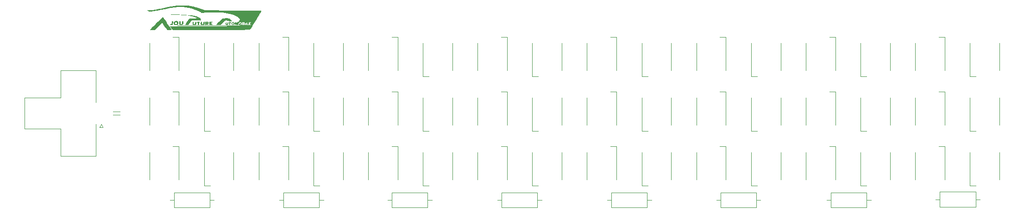
<source format=gbr>
%TF.GenerationSoftware,KiCad,Pcbnew,(6.0.5)*%
%TF.CreationDate,2023-02-26T02:49:58+09:00*%
%TF.ProjectId,_____,0c08746c-f12e-46b6-9963-61645f706362,rev?*%
%TF.SameCoordinates,Original*%
%TF.FileFunction,Legend,Top*%
%TF.FilePolarity,Positive*%
%FSLAX46Y46*%
G04 Gerber Fmt 4.6, Leading zero omitted, Abs format (unit mm)*
G04 Created by KiCad (PCBNEW (6.0.5)) date 2023-02-26 02:49:58*
%MOMM*%
%LPD*%
G01*
G04 APERTURE LIST*
%ADD10C,0.150000*%
%ADD11C,0.120000*%
G04 APERTURE END LIST*
D10*
%TO.C,A-FA*%
D11*
%TO.C,R8*%
X217810000Y-98398000D02*
X224350000Y-98398000D01*
X224350000Y-98398000D02*
X224350000Y-95658000D01*
X217810000Y-95658000D02*
X217810000Y-98398000D01*
X217040000Y-97028000D02*
X217810000Y-97028000D01*
X225120000Y-97028000D02*
X224350000Y-97028000D01*
X224350000Y-95658000D02*
X217810000Y-95658000D01*
%TO.C,R7*%
X204438000Y-98525000D02*
X204438000Y-95785000D01*
X197898000Y-95785000D02*
X197898000Y-98525000D01*
X204438000Y-95785000D02*
X197898000Y-95785000D01*
X205208000Y-97155000D02*
X204438000Y-97155000D01*
X197898000Y-98525000D02*
X204438000Y-98525000D01*
X197128000Y-97155000D02*
X197898000Y-97155000D01*
%TO.C,R5*%
X164306000Y-98525000D02*
X164306000Y-95785000D01*
X157766000Y-98525000D02*
X164306000Y-98525000D01*
X156996000Y-97155000D02*
X157766000Y-97155000D01*
X165076000Y-97155000D02*
X164306000Y-97155000D01*
X164306000Y-95785000D02*
X157766000Y-95785000D01*
X157766000Y-95785000D02*
X157766000Y-98525000D01*
%TO.C,D22*%
X143300000Y-74500000D02*
X143300000Y-68400000D01*
X144400000Y-74500000D02*
X143300000Y-74500000D01*
X148700000Y-68400000D02*
X148700000Y-73400000D01*
%TO.C,D38*%
X197600000Y-77300000D02*
X198700000Y-77300000D01*
X198700000Y-77300000D02*
X198700000Y-83400000D01*
X193300000Y-83400000D02*
X193300000Y-78400000D01*
%TO.C,D31*%
X177600000Y-87300000D02*
X178700000Y-87300000D01*
X173300000Y-93400000D02*
X173300000Y-88400000D01*
X178700000Y-87300000D02*
X178700000Y-93400000D01*
%TO.C,D15*%
X113300000Y-73400000D02*
X113300000Y-68400000D01*
X118700000Y-67300000D02*
X118700000Y-73400000D01*
X117600000Y-67300000D02*
X118700000Y-67300000D01*
%TO.C,D1*%
X73300000Y-93400000D02*
X73300000Y-88400000D01*
X77600000Y-87300000D02*
X78700000Y-87300000D01*
X78700000Y-87300000D02*
X78700000Y-93400000D01*
%TO.C,D43*%
X217600000Y-87300000D02*
X218700000Y-87300000D01*
X213300000Y-93400000D02*
X213300000Y-88400000D01*
X218700000Y-87300000D02*
X218700000Y-93400000D01*
%TO.C,D30*%
X168700000Y-88400000D02*
X168700000Y-93400000D01*
X163300000Y-94500000D02*
X163300000Y-88400000D01*
X164400000Y-94500000D02*
X163300000Y-94500000D01*
%TO.C,D32*%
X173300000Y-83400000D02*
X173300000Y-78400000D01*
X177600000Y-77300000D02*
X178700000Y-77300000D01*
X178700000Y-77300000D02*
X178700000Y-83400000D01*
%TO.C,D5*%
X84400000Y-84500000D02*
X83300000Y-84500000D01*
X83300000Y-84500000D02*
X83300000Y-78400000D01*
X88700000Y-78400000D02*
X88700000Y-83400000D01*
%TO.C,D42*%
X208700000Y-88400000D02*
X208700000Y-93400000D01*
X203300000Y-94500000D02*
X203300000Y-88400000D01*
X204400000Y-94500000D02*
X203300000Y-94500000D01*
%TO.C,J1*%
X66626000Y-81580000D02*
X67906000Y-81580000D01*
X63526000Y-89090000D02*
X63526000Y-83280000D01*
X57106000Y-73470000D02*
X63526000Y-73470000D01*
X57106000Y-89090000D02*
X63526000Y-89090000D01*
X50506000Y-84090000D02*
X57106000Y-84090000D01*
X64516000Y-83280000D02*
X64816000Y-83880000D01*
X66626000Y-80980000D02*
X67906000Y-80980000D01*
X64816000Y-83880000D02*
X64216000Y-83880000D01*
X50506000Y-81280000D02*
X50506000Y-84090000D01*
X50506000Y-81280000D02*
X50506000Y-78470000D01*
X57106000Y-84090000D02*
X57106000Y-89090000D01*
X57106000Y-78470000D02*
X57106000Y-73470000D01*
X64216000Y-83880000D02*
X64516000Y-83280000D01*
X63526000Y-73470000D02*
X63526000Y-79280000D01*
X50506000Y-78470000D02*
X57106000Y-78470000D01*
%TO.C,D21*%
X138700000Y-67300000D02*
X138700000Y-73400000D01*
X137600000Y-67300000D02*
X138700000Y-67300000D01*
X133300000Y-73400000D02*
X133300000Y-68400000D01*
%TO.C,D16*%
X128700000Y-68400000D02*
X128700000Y-73400000D01*
X124400000Y-74500000D02*
X123300000Y-74500000D01*
X123300000Y-74500000D02*
X123300000Y-68400000D01*
%TO.C,D4*%
X84400000Y-74500000D02*
X83300000Y-74500000D01*
X88700000Y-68400000D02*
X88700000Y-73400000D01*
X83300000Y-74500000D02*
X83300000Y-68400000D01*
%TO.C,D26*%
X153300000Y-83400000D02*
X153300000Y-78400000D01*
X158700000Y-77300000D02*
X158700000Y-83400000D01*
X157600000Y-77300000D02*
X158700000Y-77300000D01*
%TO.C,D24*%
X143300000Y-94500000D02*
X143300000Y-88400000D01*
X144400000Y-94500000D02*
X143300000Y-94500000D01*
X148700000Y-88400000D02*
X148700000Y-93400000D01*
%TO.C,D3*%
X78700000Y-67300000D02*
X78700000Y-73400000D01*
X77600000Y-67300000D02*
X78700000Y-67300000D01*
X73300000Y-73400000D02*
X73300000Y-68400000D01*
%TO.C,D13*%
X117600000Y-87300000D02*
X118700000Y-87300000D01*
X118700000Y-87300000D02*
X118700000Y-93400000D01*
X113300000Y-93400000D02*
X113300000Y-88400000D01*
%TO.C,R6*%
X184245000Y-98525000D02*
X184245000Y-95785000D01*
X185015000Y-97155000D02*
X184245000Y-97155000D01*
X177705000Y-95785000D02*
X177705000Y-98525000D01*
X177705000Y-98525000D02*
X184245000Y-98525000D01*
X184245000Y-95785000D02*
X177705000Y-95785000D01*
X176935000Y-97155000D02*
X177705000Y-97155000D01*
%TO.C,R2*%
X105132000Y-97155000D02*
X104362000Y-97155000D01*
X104362000Y-98525000D02*
X104362000Y-95785000D01*
X97822000Y-98525000D02*
X104362000Y-98525000D01*
X104362000Y-95785000D02*
X97822000Y-95785000D01*
X97052000Y-97155000D02*
X97822000Y-97155000D01*
X97822000Y-95785000D02*
X97822000Y-98525000D01*
%TO.C,D12*%
X108700000Y-88400000D02*
X108700000Y-93400000D01*
X104400000Y-94500000D02*
X103300000Y-94500000D01*
X103300000Y-94500000D02*
X103300000Y-88400000D01*
%TO.C,R4*%
X137700000Y-95785000D02*
X137700000Y-98525000D01*
X144240000Y-98525000D02*
X144240000Y-95785000D01*
X144240000Y-95785000D02*
X137700000Y-95785000D01*
X136930000Y-97155000D02*
X137700000Y-97155000D01*
X137700000Y-98525000D02*
X144240000Y-98525000D01*
X145010000Y-97155000D02*
X144240000Y-97155000D01*
%TO.C,D40*%
X204400000Y-74500000D02*
X203300000Y-74500000D01*
X208700000Y-68400000D02*
X208700000Y-73400000D01*
X203300000Y-74500000D02*
X203300000Y-68400000D01*
%TO.C,D41*%
X204400000Y-84500000D02*
X203300000Y-84500000D01*
X203300000Y-84500000D02*
X203300000Y-78400000D01*
X208700000Y-78400000D02*
X208700000Y-83400000D01*
%TO.C,D44*%
X213300000Y-83400000D02*
X213300000Y-78400000D01*
X217600000Y-77300000D02*
X218700000Y-77300000D01*
X218700000Y-77300000D02*
X218700000Y-83400000D01*
%TO.C,D33*%
X177600000Y-67300000D02*
X178700000Y-67300000D01*
X178700000Y-67300000D02*
X178700000Y-73400000D01*
X173300000Y-73400000D02*
X173300000Y-68400000D01*
%TO.C,D36*%
X183300000Y-94500000D02*
X183300000Y-88400000D01*
X184400000Y-94500000D02*
X183300000Y-94500000D01*
X188700000Y-88400000D02*
X188700000Y-93400000D01*
%TO.C,D18*%
X124400000Y-94500000D02*
X123300000Y-94500000D01*
X128700000Y-88400000D02*
X128700000Y-93400000D01*
X123300000Y-94500000D02*
X123300000Y-88400000D01*
%TO.C,D17*%
X123300000Y-84500000D02*
X123300000Y-78400000D01*
X124400000Y-84500000D02*
X123300000Y-84500000D01*
X128700000Y-78400000D02*
X128700000Y-83400000D01*
%TO.C,D8*%
X98700000Y-77300000D02*
X98700000Y-83400000D01*
X93300000Y-83400000D02*
X93300000Y-78400000D01*
X97600000Y-77300000D02*
X98700000Y-77300000D01*
%TO.C,D9*%
X93300000Y-73400000D02*
X93300000Y-68400000D01*
X98700000Y-67300000D02*
X98700000Y-73400000D01*
X97600000Y-67300000D02*
X98700000Y-67300000D01*
%TO.C,D29*%
X164400000Y-84500000D02*
X163300000Y-84500000D01*
X163300000Y-84500000D02*
X163300000Y-78400000D01*
X168700000Y-78400000D02*
X168700000Y-83400000D01*
%TO.C,R1*%
X85120000Y-97155000D02*
X84350000Y-97155000D01*
X77810000Y-98525000D02*
X84350000Y-98525000D01*
X77810000Y-95785000D02*
X77810000Y-98525000D01*
X77040000Y-97155000D02*
X77810000Y-97155000D01*
X84350000Y-98525000D02*
X84350000Y-95785000D01*
X84350000Y-95785000D02*
X77810000Y-95785000D01*
%TO.C,R3*%
X124174000Y-98525000D02*
X124174000Y-95785000D01*
X117634000Y-98525000D02*
X124174000Y-98525000D01*
X116864000Y-97155000D02*
X117634000Y-97155000D01*
X124944000Y-97155000D02*
X124174000Y-97155000D01*
X124174000Y-95785000D02*
X117634000Y-95785000D01*
X117634000Y-95785000D02*
X117634000Y-98525000D01*
%TO.C,D39*%
X198700000Y-67300000D02*
X198700000Y-73400000D01*
X193300000Y-73400000D02*
X193300000Y-68400000D01*
X197600000Y-67300000D02*
X198700000Y-67300000D01*
%TO.C,D14*%
X113300000Y-83400000D02*
X113300000Y-78400000D01*
X118700000Y-77300000D02*
X118700000Y-83400000D01*
X117600000Y-77300000D02*
X118700000Y-77300000D01*
%TO.C,D25*%
X157600000Y-87300000D02*
X158700000Y-87300000D01*
X158700000Y-87300000D02*
X158700000Y-93400000D01*
X153300000Y-93400000D02*
X153300000Y-88400000D01*
%TO.C,D28*%
X168700000Y-68400000D02*
X168700000Y-73400000D01*
X164400000Y-74500000D02*
X163300000Y-74500000D01*
X163300000Y-74500000D02*
X163300000Y-68400000D01*
%TO.C,D23*%
X144400000Y-84500000D02*
X143300000Y-84500000D01*
X148700000Y-78400000D02*
X148700000Y-83400000D01*
X143300000Y-84500000D02*
X143300000Y-78400000D01*
%TO.C,D11*%
X103300000Y-84500000D02*
X103300000Y-78400000D01*
X104400000Y-84500000D02*
X103300000Y-84500000D01*
X108700000Y-78400000D02*
X108700000Y-83400000D01*
%TO.C,D35*%
X184400000Y-84500000D02*
X183300000Y-84500000D01*
X188700000Y-78400000D02*
X188700000Y-83400000D01*
X183300000Y-84500000D02*
X183300000Y-78400000D01*
%TO.C,D27*%
X153300000Y-73400000D02*
X153300000Y-68400000D01*
X158700000Y-67300000D02*
X158700000Y-73400000D01*
X157600000Y-67300000D02*
X158700000Y-67300000D01*
%TO.C,D34*%
X183300000Y-74500000D02*
X183300000Y-68400000D01*
X188700000Y-68400000D02*
X188700000Y-73400000D01*
X184400000Y-74500000D02*
X183300000Y-74500000D01*
%TO.C,D45*%
X218700000Y-67300000D02*
X218700000Y-73400000D01*
X213300000Y-73400000D02*
X213300000Y-68400000D01*
X217600000Y-67300000D02*
X218700000Y-67300000D01*
%TO.C,D7*%
X98700000Y-87300000D02*
X98700000Y-93400000D01*
X93300000Y-93400000D02*
X93300000Y-88400000D01*
X97600000Y-87300000D02*
X98700000Y-87300000D01*
%TO.C,D19*%
X137600000Y-87300000D02*
X138700000Y-87300000D01*
X133300000Y-93400000D02*
X133300000Y-88400000D01*
X138700000Y-87300000D02*
X138700000Y-93400000D01*
%TO.C,D46*%
X228700000Y-68400000D02*
X228700000Y-73400000D01*
X223300000Y-74500000D02*
X223300000Y-68400000D01*
X224400000Y-74500000D02*
X223300000Y-74500000D01*
%TO.C,D47*%
X228700000Y-78400000D02*
X228700000Y-83400000D01*
X224400000Y-84500000D02*
X223300000Y-84500000D01*
X223300000Y-84500000D02*
X223300000Y-78400000D01*
%TO.C,D10*%
X103300000Y-74500000D02*
X103300000Y-68400000D01*
X108700000Y-68400000D02*
X108700000Y-73400000D01*
X104400000Y-74500000D02*
X103300000Y-74500000D01*
%TO.C,D37*%
X198700000Y-87300000D02*
X198700000Y-93400000D01*
X193300000Y-93400000D02*
X193300000Y-88400000D01*
X197600000Y-87300000D02*
X198700000Y-87300000D01*
%TO.C,D20*%
X137600000Y-77300000D02*
X138700000Y-77300000D01*
X133300000Y-83400000D02*
X133300000Y-78400000D01*
X138700000Y-77300000D02*
X138700000Y-83400000D01*
%TO.C,D2*%
X73300000Y-83400000D02*
X73300000Y-78400000D01*
X77600000Y-77300000D02*
X78700000Y-77300000D01*
X78700000Y-77300000D02*
X78700000Y-83400000D01*
%TO.C,D48*%
X223300000Y-94500000D02*
X223300000Y-88400000D01*
X224400000Y-94500000D02*
X223300000Y-94500000D01*
X228700000Y-88400000D02*
X228700000Y-93400000D01*
%TO.C,A-FA*%
G36*
X83978615Y-64555236D02*
G01*
X84091527Y-64584944D01*
X84129226Y-64611101D01*
X84185515Y-64686372D01*
X84176339Y-64753600D01*
X84105509Y-64833022D01*
X84046678Y-64897020D01*
X84044874Y-64951126D01*
X84085714Y-65021403D01*
X84129391Y-65095286D01*
X84115174Y-65122831D01*
X84030966Y-65126928D01*
X84029946Y-65126928D01*
X83940164Y-65113213D01*
X83881482Y-65057115D01*
X83842225Y-64976598D01*
X83797452Y-64866691D01*
X83786115Y-64813412D01*
X83810878Y-64796298D01*
X83865878Y-64794901D01*
X83928095Y-64775452D01*
X83929564Y-64733084D01*
X83878037Y-64691762D01*
X83828041Y-64677881D01*
X83776655Y-64677321D01*
X83749688Y-64707626D01*
X83739380Y-64787562D01*
X83737910Y-64895773D01*
X83736000Y-65027304D01*
X83722719Y-65096135D01*
X83686738Y-65122573D01*
X83616729Y-65126925D01*
X83608960Y-65126928D01*
X83520976Y-65117698D01*
X83499136Y-65083487D01*
X83505201Y-65061278D01*
X83519495Y-64984060D01*
X83528624Y-64857952D01*
X83530394Y-64770755D01*
X83530394Y-64545882D01*
X83797200Y-64545882D01*
X83978615Y-64555236D01*
G37*
G36*
X77622458Y-64742640D02*
G01*
X77600740Y-64936175D01*
X77563234Y-65061150D01*
X77498277Y-65131908D01*
X77394203Y-65162793D01*
X77276219Y-65168431D01*
X77164187Y-65163786D01*
X77112299Y-65140824D01*
X77097829Y-65086004D01*
X77097387Y-65061876D01*
X77108433Y-64986630D01*
X77154457Y-64974807D01*
X77182385Y-64982298D01*
X77282791Y-64987432D01*
X77348496Y-64924887D01*
X77382081Y-64790685D01*
X77387910Y-64665310D01*
X77387910Y-64421372D01*
X77646921Y-64421372D01*
X77622458Y-64742640D01*
G37*
G36*
X82510442Y-64574024D02*
G01*
X82595526Y-64589999D01*
X82618612Y-64608137D01*
X82584007Y-64643647D01*
X82514854Y-64662773D01*
X82454253Y-64677049D01*
X82422922Y-64714732D01*
X82411313Y-64797513D01*
X82409805Y-64901416D01*
X82407673Y-65030912D01*
X82393636Y-65097958D01*
X82356230Y-65123112D01*
X82284053Y-65126928D01*
X82211163Y-65123368D01*
X82175185Y-65098778D01*
X82165188Y-65032288D01*
X82169919Y-64909035D01*
X82174092Y-64781992D01*
X82162338Y-64715599D01*
X82124605Y-64687709D01*
X82064943Y-64677773D01*
X81984641Y-64653275D01*
X81964643Y-64615518D01*
X82009743Y-64591941D01*
X82110905Y-64575732D01*
X82244098Y-64567161D01*
X82385288Y-64566502D01*
X82510442Y-64574024D01*
G37*
G36*
X78500466Y-63228093D02*
G01*
X79182986Y-63248259D01*
X79823868Y-63283954D01*
X80417224Y-63334482D01*
X80957172Y-63399149D01*
X81437825Y-63477259D01*
X81853298Y-63568118D01*
X82197707Y-63671031D01*
X82444625Y-63774684D01*
X82557141Y-63839371D01*
X82633523Y-63897236D01*
X82664808Y-63937963D01*
X82642036Y-63951232D01*
X82586194Y-63937675D01*
X82554000Y-63934806D01*
X82593396Y-63972547D01*
X82606946Y-63982834D01*
X82678535Y-64071902D01*
X82700328Y-64153954D01*
X82700328Y-64255359D01*
X81044254Y-64255359D01*
X80769057Y-64650073D01*
X80653896Y-64812997D01*
X80550762Y-64954817D01*
X80471800Y-65059077D01*
X80432038Y-65106609D01*
X80363910Y-65139851D01*
X80252154Y-65161720D01*
X80119068Y-65172079D01*
X79986947Y-65170791D01*
X79878088Y-65157720D01*
X79814788Y-65132729D01*
X79808474Y-65110434D01*
X79837996Y-65060663D01*
X79905607Y-64958006D01*
X80001117Y-64817102D01*
X80114335Y-64652586D01*
X80235072Y-64479096D01*
X80353136Y-64311267D01*
X80458337Y-64163737D01*
X80540486Y-64051142D01*
X80589390Y-63988120D01*
X80591624Y-63985588D01*
X80643817Y-63970917D01*
X80765732Y-63956217D01*
X80944089Y-63942536D01*
X81165609Y-63930917D01*
X81381991Y-63923333D01*
X82134919Y-63902581D01*
X81894124Y-63784862D01*
X81658447Y-63688598D01*
X81355676Y-63595019D01*
X81001709Y-63508274D01*
X80612444Y-63432509D01*
X80431381Y-63403312D01*
X80255353Y-63382358D01*
X80005766Y-63360992D01*
X79692066Y-63339788D01*
X79323693Y-63319321D01*
X78910093Y-63300166D01*
X78460707Y-63282899D01*
X78446243Y-63282398D01*
X78054364Y-63268801D01*
X77742153Y-63257710D01*
X77506321Y-63248836D01*
X77343577Y-63241890D01*
X77250631Y-63236584D01*
X77224192Y-63232628D01*
X77260969Y-63229734D01*
X77357673Y-63227614D01*
X77511013Y-63225980D01*
X77717698Y-63224541D01*
X77782191Y-63224149D01*
X78500466Y-63228093D01*
G37*
G36*
X81371240Y-64552390D02*
G01*
X81400811Y-64585333D01*
X81412085Y-64664840D01*
X81413727Y-64776907D01*
X81415715Y-64908136D01*
X81428358Y-64975487D01*
X81461673Y-64998083D01*
X81525678Y-64995049D01*
X81527861Y-64994799D01*
X81596713Y-64979033D01*
X81634359Y-64937148D01*
X81654632Y-64846511D01*
X81662746Y-64774150D01*
X81679485Y-64649904D01*
X81706534Y-64585960D01*
X81757728Y-64559689D01*
X81797632Y-64553501D01*
X81865380Y-64550513D01*
X81899053Y-64575350D01*
X81910546Y-64648077D01*
X81911766Y-64746044D01*
X81890812Y-64934427D01*
X81822795Y-65059107D01*
X81699981Y-65129477D01*
X81578102Y-65151380D01*
X81442758Y-65153093D01*
X81329008Y-65137690D01*
X81303840Y-65129424D01*
X81223686Y-65083589D01*
X81182823Y-65019166D01*
X81174160Y-64914486D01*
X81187345Y-64773427D01*
X81207504Y-64642277D01*
X81233130Y-64574017D01*
X81275376Y-64548723D01*
X81314751Y-64545882D01*
X81371240Y-64552390D01*
G37*
G36*
X84728169Y-64549617D02*
G01*
X84817500Y-64563035D01*
X84854680Y-64589454D01*
X84858498Y-64608137D01*
X84831646Y-64651018D01*
X84742194Y-64669041D01*
X84689026Y-64670392D01*
X84574571Y-64679912D01*
X84535294Y-64709784D01*
X84537052Y-64722271D01*
X84586688Y-64760028D01*
X84675396Y-64775651D01*
X84772697Y-64793861D01*
X84801115Y-64833611D01*
X84765093Y-64877541D01*
X84669076Y-64908290D01*
X84640606Y-64911541D01*
X84525873Y-64931741D01*
X84488745Y-64960119D01*
X84525819Y-64986742D01*
X84633692Y-65001675D01*
X84671733Y-65002418D01*
X84794832Y-65010565D01*
X84850904Y-65038268D01*
X84858498Y-65064673D01*
X84841803Y-65097999D01*
X84781626Y-65117339D01*
X84662830Y-65125830D01*
X84557599Y-65127021D01*
X84256701Y-65127115D01*
X84270482Y-64836498D01*
X84284264Y-64545882D01*
X84571381Y-64545882D01*
X84728169Y-64549617D01*
G37*
G36*
X88329302Y-64736269D02*
G01*
X88420518Y-64640741D01*
X88552069Y-64590561D01*
X88598390Y-64587385D01*
X88739085Y-64620895D01*
X88834030Y-64707724D01*
X88875330Y-64827315D01*
X88855090Y-64959116D01*
X88782443Y-65066559D01*
X88649265Y-65152010D01*
X88508129Y-65156695D01*
X88383957Y-65091892D01*
X88302390Y-64982150D01*
X88288940Y-64872284D01*
X88433926Y-64872284D01*
X88443241Y-64923563D01*
X88491235Y-64976938D01*
X88577497Y-65019679D01*
X88656586Y-64987584D01*
X88699399Y-64913585D01*
X88701218Y-64814649D01*
X88653086Y-64745805D01*
X88579095Y-64719845D01*
X88503334Y-64749558D01*
X88470743Y-64792173D01*
X88433926Y-64872284D01*
X88288940Y-64872284D01*
X88287049Y-64856840D01*
X88329302Y-64736269D01*
G37*
G36*
X87735252Y-64594177D02*
G01*
X87758855Y-64627725D01*
X87762458Y-64707790D01*
X87754560Y-64821873D01*
X87728611Y-64990187D01*
X87682254Y-65089890D01*
X87658482Y-65112396D01*
X87524303Y-65164548D01*
X87386744Y-65140679D01*
X87303982Y-65082215D01*
X87249245Y-65000834D01*
X87241727Y-64933559D01*
X87258384Y-64850028D01*
X87265674Y-64734003D01*
X87265688Y-64729252D01*
X87274927Y-64631298D01*
X87312213Y-64592186D01*
X87354092Y-64587385D01*
X87407640Y-64595699D01*
X87429110Y-64635153D01*
X87426396Y-64727517D01*
X87421532Y-64773372D01*
X87419393Y-64925188D01*
X87454744Y-65004320D01*
X87511466Y-65013909D01*
X87559209Y-64955164D01*
X87590178Y-64842749D01*
X87597714Y-64735375D01*
X87606146Y-64634794D01*
X87640534Y-64593404D01*
X87685860Y-64587385D01*
X87735252Y-64594177D01*
G37*
G36*
X88171157Y-64592974D02*
G01*
X88242030Y-64612586D01*
X88261766Y-64649640D01*
X88227165Y-64700340D01*
X88178760Y-64711895D01*
X88128972Y-64722820D01*
X88104141Y-64769194D01*
X88096108Y-64871413D01*
X88095753Y-64919411D01*
X88091383Y-65043880D01*
X88072833Y-65105958D01*
X88031946Y-65126040D01*
X88012746Y-65126928D01*
X87962959Y-65116002D01*
X87938128Y-65069628D01*
X87930095Y-64967410D01*
X87929740Y-64919411D01*
X87923075Y-64788912D01*
X87900001Y-64725174D01*
X87867485Y-64711895D01*
X87812461Y-64678673D01*
X87805230Y-64649640D01*
X87825724Y-64612097D01*
X87897634Y-64592768D01*
X88033498Y-64587385D01*
X88171157Y-64592974D01*
G37*
G36*
X89642409Y-65055859D02*
G01*
X89575593Y-65035839D01*
X89534198Y-65054105D01*
X89523040Y-65067017D01*
X89456637Y-65121390D01*
X89404685Y-65116904D01*
X89391371Y-65057894D01*
X89394369Y-65043962D01*
X89398110Y-64968006D01*
X89382885Y-64940491D01*
X89349926Y-64959161D01*
X89323736Y-65023456D01*
X89276627Y-65110348D01*
X89210697Y-65127180D01*
X89146478Y-65076977D01*
X89110488Y-64992042D01*
X89077266Y-64857156D01*
X89061167Y-64992042D01*
X89032449Y-65091672D01*
X88985444Y-65126928D01*
X88940612Y-65090662D01*
X88926908Y-64980821D01*
X88944198Y-64795835D01*
X88952457Y-64743022D01*
X88979540Y-64637846D01*
X89024783Y-64593722D01*
X89072387Y-64587385D01*
X89141226Y-64605818D01*
X89184729Y-64674944D01*
X89204461Y-64743022D01*
X89242329Y-64898660D01*
X89244304Y-64892806D01*
X89594363Y-64892806D01*
X89637320Y-64958592D01*
X89670582Y-64972340D01*
X89728955Y-64971787D01*
X89756686Y-64916371D01*
X89763964Y-64863046D01*
X89802815Y-64759113D01*
X89878389Y-64715239D01*
X89967470Y-64739702D01*
X90006819Y-64776458D01*
X90040308Y-64836551D01*
X90026516Y-64905065D01*
X89996098Y-64962863D01*
X89955943Y-65053699D01*
X89970695Y-65097403D01*
X89977062Y-65100536D01*
X90027473Y-65121281D01*
X90033066Y-65123651D01*
X90064012Y-65101118D01*
X90105697Y-65061708D01*
X90162000Y-64955316D01*
X90168518Y-64824295D01*
X90127640Y-64704896D01*
X90078675Y-64651993D01*
X89934422Y-64592746D01*
X89793594Y-64615750D01*
X89691742Y-64689257D01*
X89612934Y-64797270D01*
X89594363Y-64892806D01*
X89244304Y-64892806D01*
X89263328Y-64836405D01*
X89444609Y-64836405D01*
X89447900Y-64874649D01*
X89462911Y-64877908D01*
X89505175Y-64847780D01*
X89506864Y-64836405D01*
X89492704Y-64795981D01*
X89488562Y-64794901D01*
X89453128Y-64823984D01*
X89444609Y-64836405D01*
X89263328Y-64836405D01*
X89293975Y-64745549D01*
X89345535Y-64636303D01*
X89415729Y-64587440D01*
X89455722Y-64579536D01*
X89552147Y-64533639D01*
X89655881Y-64431442D01*
X89748881Y-64295685D01*
X89813103Y-64149110D01*
X89821326Y-64118741D01*
X89828224Y-64040267D01*
X89797712Y-63968638D01*
X89717139Y-63878553D01*
X89686410Y-63848970D01*
X89470514Y-63683246D01*
X89182769Y-63522666D01*
X88834320Y-63370846D01*
X88436310Y-63231403D01*
X87999885Y-63107951D01*
X87536187Y-63004108D01*
X87056362Y-62923489D01*
X86705394Y-62881681D01*
X86544122Y-62871124D01*
X86312599Y-62863245D01*
X86023533Y-62857957D01*
X85689634Y-62855174D01*
X85323610Y-62854807D01*
X84938170Y-62856771D01*
X84546023Y-62860977D01*
X84159878Y-62867339D01*
X83792444Y-62875770D01*
X83456429Y-62886181D01*
X83164544Y-62898487D01*
X83011603Y-62907011D01*
X82856515Y-62913590D01*
X82767933Y-62910230D01*
X82752894Y-62897352D01*
X82762583Y-62892199D01*
X82788901Y-62870994D01*
X82772774Y-62841206D01*
X82704994Y-62796237D01*
X82576351Y-62729490D01*
X82451309Y-62669198D01*
X81901923Y-62421329D01*
X81397104Y-62224004D01*
X80918812Y-62073262D01*
X80449009Y-61965142D01*
X79969657Y-61895683D01*
X79462717Y-61860924D01*
X78910152Y-61856904D01*
X78766862Y-61860125D01*
X78525751Y-61867894D01*
X78304115Y-61878191D01*
X78092118Y-61892454D01*
X77879922Y-61912123D01*
X77657691Y-61938638D01*
X77415589Y-61973437D01*
X77143778Y-62017961D01*
X76832424Y-62073648D01*
X76471688Y-62141939D01*
X76051735Y-62224272D01*
X75562728Y-62322087D01*
X75437256Y-62347369D01*
X75088061Y-62416737D01*
X74751059Y-62481687D01*
X74438315Y-62540043D01*
X74161892Y-62589626D01*
X73933856Y-62628260D01*
X73766271Y-62653767D01*
X73689362Y-62662819D01*
X73516017Y-62673805D01*
X73391079Y-62668256D01*
X73280764Y-62641232D01*
X73151287Y-62587790D01*
X73139444Y-62582388D01*
X73017551Y-62524716D01*
X72932932Y-62481112D01*
X72905525Y-62462639D01*
X72943979Y-62458606D01*
X73047389Y-62458109D01*
X73197784Y-62461066D01*
X73301027Y-62464391D01*
X73440114Y-62468090D01*
X73569486Y-62467312D01*
X73699617Y-62460368D01*
X73840979Y-62445569D01*
X74004045Y-62421230D01*
X74199288Y-62385661D01*
X74437182Y-62337175D01*
X74728200Y-62274084D01*
X75082814Y-62194701D01*
X75348624Y-62134419D01*
X76052368Y-61979786D01*
X76688862Y-61851916D01*
X77268896Y-61749294D01*
X77803260Y-61670404D01*
X78302745Y-61613729D01*
X78778141Y-61577753D01*
X79240238Y-61560960D01*
X79442322Y-61559258D01*
X79907441Y-61572319D01*
X80367727Y-61613494D01*
X80837278Y-61685547D01*
X81330195Y-61791244D01*
X81860575Y-61933351D01*
X82442518Y-62114632D01*
X82679577Y-62194184D01*
X83468139Y-62463354D01*
X88613192Y-62489895D01*
X89259685Y-62493348D01*
X89882952Y-62496908D01*
X90477985Y-62500535D01*
X91039772Y-62504187D01*
X91563304Y-62507825D01*
X92043572Y-62511409D01*
X92475565Y-62514898D01*
X92854273Y-62518252D01*
X93174687Y-62521430D01*
X93431797Y-62524392D01*
X93620592Y-62527098D01*
X93736064Y-62529507D01*
X93773261Y-62531451D01*
X93755842Y-62568653D01*
X93700874Y-62668230D01*
X93613548Y-62821403D01*
X93499061Y-63019392D01*
X93362605Y-63253416D01*
X93209374Y-63514698D01*
X93044563Y-63794456D01*
X92873364Y-64083911D01*
X92700973Y-64374283D01*
X92532583Y-64656793D01*
X92373388Y-64922661D01*
X92228582Y-65163107D01*
X92103359Y-65369352D01*
X92002913Y-65532616D01*
X91932437Y-65644119D01*
X91926298Y-65653518D01*
X91763710Y-65848238D01*
X91608102Y-65954416D01*
X91584772Y-65965368D01*
X91559575Y-65975342D01*
X91528714Y-65984386D01*
X91488390Y-65992545D01*
X91434806Y-65999864D01*
X91364165Y-66006388D01*
X91272669Y-66012165D01*
X91156520Y-66017238D01*
X91011920Y-66021654D01*
X90835073Y-66025459D01*
X90622180Y-66028697D01*
X90369444Y-66031415D01*
X90073066Y-66033658D01*
X89729251Y-66035472D01*
X89334199Y-66036902D01*
X88884113Y-66037994D01*
X88375197Y-66038793D01*
X87803651Y-66039346D01*
X87165678Y-66039697D01*
X86457482Y-66039893D01*
X85675263Y-66039978D01*
X84815225Y-66039999D01*
X84480366Y-66040000D01*
X77529421Y-66040000D01*
X77313021Y-65728725D01*
X77096622Y-65417450D01*
X82720697Y-65417450D01*
X83633077Y-65417145D01*
X84465766Y-65416228D01*
X85218454Y-65414704D01*
X85890833Y-65412574D01*
X86482594Y-65409841D01*
X86993428Y-65406507D01*
X87423026Y-65402574D01*
X87771079Y-65398044D01*
X88037279Y-65392920D01*
X88221316Y-65387203D01*
X88322883Y-65380898D01*
X88344773Y-65375947D01*
X88303322Y-65369219D01*
X88179175Y-65363077D01*
X87972639Y-65357526D01*
X87684024Y-65352566D01*
X87313638Y-65348200D01*
X86861788Y-65344431D01*
X86328782Y-65341260D01*
X85714930Y-65338690D01*
X85020539Y-65336723D01*
X84245917Y-65335362D01*
X83391373Y-65334609D01*
X82712779Y-65334444D01*
X81796191Y-65334141D01*
X80961182Y-65333235D01*
X80207883Y-65331724D01*
X79536428Y-65329612D01*
X78946950Y-65326897D01*
X78439583Y-65323583D01*
X78014458Y-65319669D01*
X77671709Y-65315156D01*
X77411468Y-65310046D01*
X77233869Y-65304340D01*
X77139045Y-65298038D01*
X77122157Y-65293073D01*
X77169967Y-65286812D01*
X77300033Y-65280900D01*
X77511603Y-65275342D01*
X77803926Y-65270145D01*
X78176252Y-65265314D01*
X78627830Y-65260856D01*
X79157908Y-65256776D01*
X79765737Y-65253081D01*
X80450564Y-65249777D01*
X81211641Y-65246870D01*
X82048215Y-65244366D01*
X82959535Y-65242271D01*
X83553088Y-65241194D01*
X89942648Y-65230686D01*
X89769303Y-65126928D01*
X90249962Y-65126928D01*
X90433625Y-65126928D01*
X90584123Y-65109601D01*
X90671843Y-65061194D01*
X90692507Y-65009746D01*
X90797486Y-65009746D01*
X90805061Y-65087625D01*
X90829864Y-65120410D01*
X90874492Y-65126928D01*
X91038524Y-65126928D01*
X91227269Y-65126928D01*
X91457518Y-65126928D01*
X91641833Y-65126928D01*
X91759131Y-65118332D01*
X91837901Y-65096686D01*
X91851799Y-65085424D01*
X91835581Y-65056031D01*
X91754833Y-65043941D01*
X91750490Y-65043921D01*
X91650575Y-65026085D01*
X91623531Y-64981666D01*
X91659610Y-64931596D01*
X91727289Y-64919411D01*
X91810739Y-64897764D01*
X91831047Y-64857156D01*
X91794968Y-64807086D01*
X91727289Y-64794901D01*
X91649291Y-64780694D01*
X91623531Y-64753398D01*
X91659596Y-64724257D01*
X91746492Y-64711898D01*
X91748041Y-64711895D01*
X91846890Y-64693334D01*
X91872550Y-64649640D01*
X91847493Y-64608119D01*
X91762729Y-64589578D01*
X91690626Y-64587385D01*
X91578925Y-64596149D01*
X91509853Y-64632845D01*
X91473416Y-64713083D01*
X91459620Y-64852472D01*
X91458084Y-64950539D01*
X91457518Y-65126928D01*
X91227269Y-65126928D01*
X91339336Y-65118766D01*
X91406970Y-65098092D01*
X91416014Y-65085424D01*
X91380497Y-65054225D01*
X91312256Y-65043921D01*
X91253127Y-65038100D01*
X91222163Y-65007178D01*
X91210311Y-64930969D01*
X91208498Y-64812610D01*
X91204905Y-64680115D01*
X91190193Y-64612803D01*
X91158466Y-64593015D01*
X91135867Y-64595135D01*
X91093713Y-64619662D01*
X91068325Y-64685234D01*
X91054118Y-64809780D01*
X91050880Y-64867949D01*
X91038524Y-65126928D01*
X90874492Y-65126928D01*
X90920227Y-65119093D01*
X90945830Y-65083372D01*
X90957011Y-65001437D01*
X90959478Y-64854960D01*
X90959478Y-64854113D01*
X90956779Y-64707314D01*
X90945547Y-64626677D01*
X90921084Y-64595444D01*
X90886848Y-64595135D01*
X90844693Y-64619662D01*
X90819306Y-64685234D01*
X90805099Y-64809780D01*
X90801861Y-64867949D01*
X90797486Y-65009746D01*
X90692507Y-65009746D01*
X90703951Y-64981255D01*
X90682916Y-64926528D01*
X90662789Y-64834446D01*
X90682825Y-64788115D01*
X90703144Y-64700333D01*
X90653107Y-64633710D01*
X90544547Y-64597791D01*
X90444276Y-64595706D01*
X90274675Y-64608137D01*
X90262318Y-64867532D01*
X90249962Y-65126928D01*
X89769303Y-65126928D01*
X89755884Y-65118896D01*
X89642409Y-65055859D01*
G37*
G36*
X90537422Y-64734306D02*
G01*
X90544446Y-64753398D01*
X90510830Y-64790219D01*
X90482191Y-64794901D01*
X90426960Y-64772491D01*
X90419936Y-64753398D01*
X90453552Y-64716577D01*
X90482191Y-64711895D01*
X90537422Y-64734306D01*
G37*
G36*
X90537527Y-64952687D02*
G01*
X90544446Y-64981666D01*
X90513496Y-65033872D01*
X90448053Y-65041111D01*
X90407230Y-65017381D01*
X90397578Y-64966598D01*
X90445066Y-64926308D01*
X90484640Y-64919411D01*
X90537527Y-64952687D01*
G37*
G36*
X83363933Y-64552592D02*
G01*
X83393764Y-64586527D01*
X83404284Y-64668395D01*
X83405248Y-64763774D01*
X83398454Y-64922626D01*
X83371759Y-65021424D01*
X83313977Y-65082662D01*
X83225948Y-65124331D01*
X83036330Y-65163116D01*
X82841011Y-65129451D01*
X82818032Y-65121382D01*
X82736875Y-65082484D01*
X82693218Y-65026794D01*
X82679542Y-64933293D01*
X82688329Y-64780959D01*
X82689990Y-64763381D01*
X82705440Y-64636621D01*
X82728745Y-64571969D01*
X82772825Y-64548682D01*
X82825453Y-64545882D01*
X82891956Y-64550627D01*
X82925209Y-64578769D01*
X82935632Y-64651167D01*
X82934307Y-64763774D01*
X82933820Y-64890651D01*
X82947205Y-64955404D01*
X82983762Y-64978789D01*
X83031964Y-64981666D01*
X83093857Y-64972867D01*
X83131125Y-64932954D01*
X83156615Y-64841653D01*
X83170015Y-64763774D01*
X83194670Y-64636039D01*
X83224236Y-64570779D01*
X83271242Y-64547812D01*
X83305291Y-64545882D01*
X83363933Y-64552592D01*
G37*
G36*
X87466938Y-63898892D02*
G01*
X87493956Y-63900295D01*
X87613394Y-63907870D01*
X87764852Y-63914884D01*
X87819738Y-63916849D01*
X87923339Y-63924629D01*
X88005562Y-63948287D01*
X88088325Y-64000052D01*
X88193546Y-64092154D01*
X88276274Y-64171568D01*
X88531537Y-64419803D01*
X88071058Y-64420588D01*
X87865434Y-64419380D01*
X87725951Y-64413201D01*
X87635777Y-64399467D01*
X87578082Y-64375594D01*
X87536033Y-64338999D01*
X87535459Y-64338366D01*
X87432152Y-64273405D01*
X87336059Y-64255359D01*
X87276876Y-64265037D01*
X87207068Y-64299550D01*
X87116006Y-64367119D01*
X86993059Y-64475964D01*
X86827599Y-64634306D01*
X86759118Y-64701519D01*
X86306457Y-65147679D01*
X85873000Y-65161833D01*
X85694725Y-65164382D01*
X85552031Y-65160194D01*
X85462078Y-65150165D01*
X85439544Y-65139229D01*
X85467792Y-65100133D01*
X85546585Y-65012500D01*
X85666997Y-64885700D01*
X85820100Y-64729103D01*
X85996968Y-64552078D01*
X86030965Y-64518446D01*
X86622387Y-63934420D01*
X86995916Y-63912323D01*
X87179807Y-63903370D01*
X87346020Y-63898671D01*
X87466938Y-63898892D01*
G37*
G36*
X75781118Y-63707631D02*
G01*
X75854226Y-63801654D01*
X75962461Y-63948686D01*
X76100157Y-64140839D01*
X76261647Y-64370223D01*
X76441266Y-64628950D01*
X76590938Y-64846973D01*
X77391842Y-66019248D01*
X77009084Y-66031277D01*
X76834864Y-66034558D01*
X76689885Y-66033239D01*
X76595816Y-66027700D01*
X76575173Y-66023677D01*
X76536624Y-65984625D01*
X76459986Y-65887711D01*
X76353442Y-65743982D01*
X76225178Y-65564488D01*
X76083378Y-65360277D01*
X76078826Y-65353630D01*
X75633632Y-64703212D01*
X74295000Y-66040000D01*
X73849298Y-66040000D01*
X73668214Y-66037275D01*
X73522525Y-66029896D01*
X73429186Y-66019058D01*
X73403596Y-66008594D01*
X73432031Y-65971557D01*
X73512184Y-65884275D01*
X73636329Y-65754438D01*
X73796741Y-65589734D01*
X73985692Y-65397853D01*
X74195457Y-65186486D01*
X74418310Y-64963321D01*
X74646525Y-64736048D01*
X74872375Y-64512356D01*
X75088134Y-64299936D01*
X75286076Y-64106475D01*
X75458475Y-63939665D01*
X75597605Y-63807195D01*
X75695740Y-63716753D01*
X75745153Y-63676031D01*
X75748804Y-63674505D01*
X75781118Y-63707631D01*
G37*
G36*
X77782133Y-64582256D02*
G01*
X77819186Y-64533917D01*
X77955383Y-64438380D01*
X78121086Y-64395705D01*
X78293013Y-64403797D01*
X78447886Y-64460557D01*
X78562424Y-64563889D01*
X78585085Y-64602918D01*
X78620395Y-64756198D01*
X78597920Y-64916976D01*
X78523690Y-65049470D01*
X78507043Y-65065989D01*
X78406784Y-65116506D01*
X78258888Y-65148022D01*
X78097197Y-65157400D01*
X77955551Y-65141500D01*
X77901060Y-65122204D01*
X77792074Y-65024429D01*
X77733487Y-64884332D01*
X77730924Y-64796014D01*
X77973601Y-64796014D01*
X78005209Y-64901278D01*
X78034175Y-64937198D01*
X78141022Y-64996929D01*
X78252421Y-64976346D01*
X78320220Y-64921084D01*
X78370274Y-64811885D01*
X78354077Y-64693841D01*
X78277711Y-64598827D01*
X78256205Y-64585633D01*
X78150269Y-64565348D01*
X78059166Y-64607409D01*
X77995932Y-64691178D01*
X77973601Y-64796014D01*
X77730924Y-64796014D01*
X77728955Y-64728183D01*
X77782133Y-64582256D01*
G37*
G36*
X82606946Y-62940148D02*
G01*
X82619863Y-62952178D01*
X82562474Y-62958727D01*
X82534315Y-62959129D01*
X82458807Y-62954802D01*
X82449909Y-62944028D01*
X82461684Y-62940148D01*
X82566946Y-62933694D01*
X82606946Y-62940148D01*
G37*
G36*
X79494367Y-64719943D02*
G01*
X79477658Y-64887802D01*
X79452420Y-64994986D01*
X79411845Y-65063811D01*
X79380435Y-65093472D01*
X79258986Y-65150417D01*
X79103033Y-65170976D01*
X78946213Y-65155613D01*
X78822163Y-65104794D01*
X78799021Y-65085424D01*
X78739242Y-64987582D01*
X78717636Y-64844029D01*
X78732751Y-64641684D01*
X78742653Y-64577009D01*
X78767503Y-64474117D01*
X78810403Y-64430217D01*
X78886664Y-64421372D01*
X78958859Y-64425915D01*
X78989343Y-64454466D01*
X78989451Y-64529407D01*
X78979754Y-64605194D01*
X78967921Y-64799599D01*
X78993084Y-64929975D01*
X79053779Y-64991574D01*
X79099685Y-64994736D01*
X79175228Y-64954265D01*
X79223514Y-64853349D01*
X79247786Y-64683507D01*
X79251420Y-64597761D01*
X79258240Y-64487070D01*
X79283498Y-64436204D01*
X79344832Y-64421989D01*
X79385643Y-64421372D01*
X79515730Y-64421372D01*
X79494367Y-64719943D01*
G37*
%TO.C,D6*%
X88700000Y-88400000D02*
X88700000Y-93400000D01*
X84400000Y-94500000D02*
X83300000Y-94500000D01*
X83300000Y-94500000D02*
X83300000Y-88400000D01*
%TD*%
M02*

</source>
